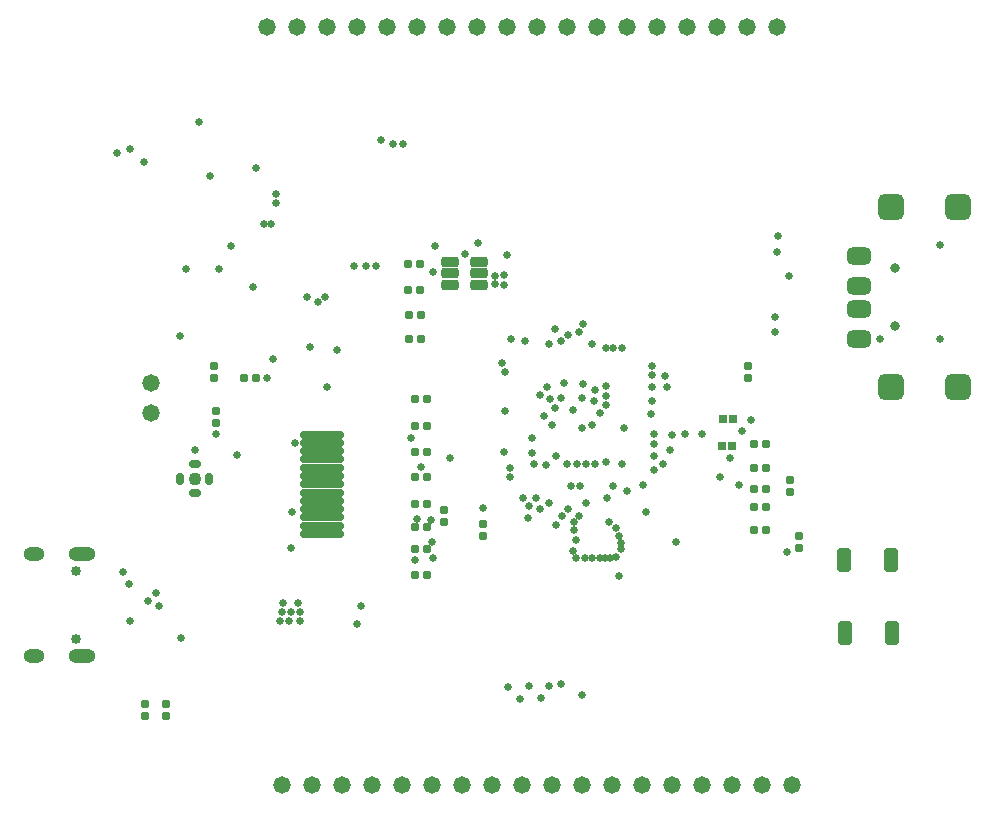
<source format=gts>
G04*
G04 #@! TF.GenerationSoftware,Altium Limited,Altium Designer,20.2.6 (244)*
G04*
G04 Layer_Color=8388736*
%FSLAX24Y24*%
%MOIN*%
G70*
G04*
G04 #@! TF.SameCoordinates,497DB355-11F3-479B-B1E2-BDA1D3AC948B*
G04*
G04*
G04 #@! TF.FilePolarity,Negative*
G04*
G01*
G75*
G04:AMPARAMS|DCode=27|XSize=23.7mil|YSize=145.8mil|CornerRadius=7.9mil|HoleSize=0mil|Usage=FLASHONLY|Rotation=270.000|XOffset=0mil|YOffset=0mil|HoleType=Round|Shape=RoundedRectangle|*
%AMROUNDEDRECTD27*
21,1,0.0237,0.1299,0,0,270.0*
21,1,0.0079,0.1458,0,0,270.0*
1,1,0.0159,-0.0650,-0.0039*
1,1,0.0159,-0.0650,0.0039*
1,1,0.0159,0.0650,0.0039*
1,1,0.0159,0.0650,-0.0039*
%
%ADD27ROUNDEDRECTD27*%
G04:AMPARAMS|DCode=28|XSize=28mil|YSize=28mil|CornerRadius=9mil|HoleSize=0mil|Usage=FLASHONLY|Rotation=0.000|XOffset=0mil|YOffset=0mil|HoleType=Round|Shape=RoundedRectangle|*
%AMROUNDEDRECTD28*
21,1,0.0280,0.0100,0,0,0.0*
21,1,0.0100,0.0280,0,0,0.0*
1,1,0.0180,0.0050,-0.0050*
1,1,0.0180,-0.0050,-0.0050*
1,1,0.0180,-0.0050,0.0050*
1,1,0.0180,0.0050,0.0050*
%
%ADD28ROUNDEDRECTD28*%
G04:AMPARAMS|DCode=29|XSize=28mil|YSize=28mil|CornerRadius=9mil|HoleSize=0mil|Usage=FLASHONLY|Rotation=270.000|XOffset=0mil|YOffset=0mil|HoleType=Round|Shape=RoundedRectangle|*
%AMROUNDEDRECTD29*
21,1,0.0280,0.0100,0,0,270.0*
21,1,0.0100,0.0280,0,0,270.0*
1,1,0.0180,-0.0050,-0.0050*
1,1,0.0180,-0.0050,0.0050*
1,1,0.0180,0.0050,0.0050*
1,1,0.0180,0.0050,-0.0050*
%
%ADD29ROUNDEDRECTD29*%
%ADD30R,0.0277X0.0277*%
G04:AMPARAMS|DCode=31|XSize=58mil|YSize=78.9mil|CornerRadius=16.5mil|HoleSize=0mil|Usage=FLASHONLY|Rotation=90.000|XOffset=0mil|YOffset=0mil|HoleType=Round|Shape=RoundedRectangle|*
%AMROUNDEDRECTD31*
21,1,0.0580,0.0459,0,0,90.0*
21,1,0.0250,0.0789,0,0,90.0*
1,1,0.0330,0.0229,0.0125*
1,1,0.0330,0.0229,-0.0125*
1,1,0.0330,-0.0229,-0.0125*
1,1,0.0330,-0.0229,0.0125*
%
%ADD31ROUNDEDRECTD31*%
G04:AMPARAMS|DCode=32|XSize=48mil|YSize=82mil|CornerRadius=14mil|HoleSize=0mil|Usage=FLASHONLY|Rotation=180.000|XOffset=0mil|YOffset=0mil|HoleType=Round|Shape=RoundedRectangle|*
%AMROUNDEDRECTD32*
21,1,0.0480,0.0540,0,0,180.0*
21,1,0.0200,0.0820,0,0,180.0*
1,1,0.0280,-0.0100,0.0270*
1,1,0.0280,0.0100,0.0270*
1,1,0.0280,0.0100,-0.0270*
1,1,0.0280,-0.0100,-0.0270*
%
%ADD32ROUNDEDRECTD32*%
G04:AMPARAMS|DCode=33|XSize=35.6mil|YSize=59.2mil|CornerRadius=10.9mil|HoleSize=0mil|Usage=FLASHONLY|Rotation=90.000|XOffset=0mil|YOffset=0mil|HoleType=Round|Shape=RoundedRectangle|*
%AMROUNDEDRECTD33*
21,1,0.0356,0.0374,0,0,90.0*
21,1,0.0138,0.0592,0,0,90.0*
1,1,0.0218,0.0187,0.0069*
1,1,0.0218,0.0187,-0.0069*
1,1,0.0218,-0.0187,-0.0069*
1,1,0.0218,-0.0187,0.0069*
%
%ADD33ROUNDEDRECTD33*%
G04:AMPARAMS|DCode=34|XSize=88mil|YSize=88mil|CornerRadius=24mil|HoleSize=0mil|Usage=FLASHONLY|Rotation=90.000|XOffset=0mil|YOffset=0mil|HoleType=Round|Shape=RoundedRectangle|*
%AMROUNDEDRECTD34*
21,1,0.0880,0.0400,0,0,90.0*
21,1,0.0400,0.0880,0,0,90.0*
1,1,0.0480,0.0200,0.0200*
1,1,0.0480,0.0200,-0.0200*
1,1,0.0480,-0.0200,-0.0200*
1,1,0.0480,-0.0200,0.0200*
%
%ADD34ROUNDEDRECTD34*%
%ADD35C,0.0434*%
G04:AMPARAMS|DCode=36|XSize=25.7mil|YSize=37.5mil|CornerRadius=8.4mil|HoleSize=0mil|Usage=FLASHONLY|Rotation=90.000|XOffset=0mil|YOffset=0mil|HoleType=Round|Shape=RoundedRectangle|*
%AMROUNDEDRECTD36*
21,1,0.0257,0.0207,0,0,90.0*
21,1,0.0089,0.0375,0,0,90.0*
1,1,0.0169,0.0103,0.0044*
1,1,0.0169,0.0103,-0.0044*
1,1,0.0169,-0.0103,-0.0044*
1,1,0.0169,-0.0103,0.0044*
%
%ADD36ROUNDEDRECTD36*%
G04:AMPARAMS|DCode=37|XSize=25.7mil|YSize=37.5mil|CornerRadius=8.4mil|HoleSize=0mil|Usage=FLASHONLY|Rotation=180.000|XOffset=0mil|YOffset=0mil|HoleType=Round|Shape=RoundedRectangle|*
%AMROUNDEDRECTD37*
21,1,0.0257,0.0207,0,0,180.0*
21,1,0.0089,0.0375,0,0,180.0*
1,1,0.0169,-0.0044,0.0103*
1,1,0.0169,0.0044,0.0103*
1,1,0.0169,0.0044,-0.0103*
1,1,0.0169,-0.0044,-0.0103*
%
%ADD37ROUNDEDRECTD37*%
%ADD38C,0.0580*%
%ADD39O,0.0907X0.0474*%
%ADD40O,0.0710X0.0474*%
%ADD41C,0.0336*%
%ADD42C,0.0316*%
%ADD43C,0.0257*%
D27*
X26050Y28198D02*
D03*
Y28749D02*
D03*
Y27922D02*
D03*
Y29576D02*
D03*
Y29300D02*
D03*
Y26268D02*
D03*
Y27095D02*
D03*
Y26820D02*
D03*
Y29024D02*
D03*
Y28473D02*
D03*
Y27646D02*
D03*
Y27371D02*
D03*
Y26544D02*
D03*
D28*
X41950Y26200D02*
D03*
Y25800D02*
D03*
X30100Y27050D02*
D03*
Y26650D02*
D03*
X31400Y26600D02*
D03*
Y26200D02*
D03*
X40250Y31850D02*
D03*
Y31450D02*
D03*
X20850Y20200D02*
D03*
X20150D02*
D03*
X41650Y28050D02*
D03*
X22500Y30350D02*
D03*
X20150Y20600D02*
D03*
X20850D02*
D03*
X22450Y31450D02*
D03*
Y31850D02*
D03*
X41650Y27650D02*
D03*
X22500Y29950D02*
D03*
D29*
X40850Y26400D02*
D03*
X40450D02*
D03*
X40850Y27750D02*
D03*
X40450D02*
D03*
X29150Y27250D02*
D03*
X29550D02*
D03*
X29150Y28150D02*
D03*
X29550Y29850D02*
D03*
X29150Y30750D02*
D03*
Y25750D02*
D03*
Y26500D02*
D03*
Y29000D02*
D03*
X40850Y28450D02*
D03*
Y29250D02*
D03*
X29550Y30750D02*
D03*
Y29000D02*
D03*
Y28150D02*
D03*
X29150Y24900D02*
D03*
X40450Y28450D02*
D03*
Y29250D02*
D03*
X29550Y25750D02*
D03*
Y26500D02*
D03*
Y24900D02*
D03*
X28900Y35250D02*
D03*
X29150Y29850D02*
D03*
X28950Y32750D02*
D03*
X29350D02*
D03*
X29300Y35250D02*
D03*
X40450Y27150D02*
D03*
X40850D02*
D03*
X28950Y33550D02*
D03*
X29350D02*
D03*
X28900Y34400D02*
D03*
X29300D02*
D03*
X23450Y31450D02*
D03*
X23850D02*
D03*
D30*
X39740Y30100D02*
D03*
X39720Y29200D02*
D03*
X39380D02*
D03*
X39400Y30100D02*
D03*
D31*
X43950Y32772D02*
D03*
Y35528D02*
D03*
Y34544D02*
D03*
Y33756D02*
D03*
D32*
X45010Y25400D02*
D03*
X45030Y22950D02*
D03*
X43450Y25400D02*
D03*
X43470Y22950D02*
D03*
D33*
X31272Y34950D02*
D03*
Y34576D02*
D03*
Y35324D02*
D03*
X30328Y34576D02*
D03*
Y34950D02*
D03*
Y35324D02*
D03*
D34*
X45028Y37152D02*
D03*
X47233D02*
D03*
X45028Y31148D02*
D03*
X47233D02*
D03*
D35*
X21800Y28100D02*
D03*
D36*
X21800Y28582D02*
D03*
Y27619D02*
D03*
D37*
X22281Y28100D02*
D03*
X21318D02*
D03*
D38*
X26700Y17900D02*
D03*
X20350Y30300D02*
D03*
X25700Y17900D02*
D03*
X24700D02*
D03*
X27700D02*
D03*
X38700D02*
D03*
X40700D02*
D03*
X39700D02*
D03*
X20350Y31300D02*
D03*
X32210Y43150D02*
D03*
X27210D02*
D03*
X28210D02*
D03*
X26210D02*
D03*
X24210D02*
D03*
X25210D02*
D03*
X29210D02*
D03*
X31210D02*
D03*
X30210D02*
D03*
X32700Y17900D02*
D03*
X28700D02*
D03*
X29700D02*
D03*
X31700D02*
D03*
X30700D02*
D03*
X39210Y43150D02*
D03*
X40210D02*
D03*
X38210D02*
D03*
X41700Y17900D02*
D03*
X36700D02*
D03*
X37700D02*
D03*
X35700D02*
D03*
X33700D02*
D03*
X34700D02*
D03*
X34210Y43150D02*
D03*
X33210D02*
D03*
X35210D02*
D03*
X37210D02*
D03*
X36210D02*
D03*
X41210D02*
D03*
D39*
X18033Y25603D02*
D03*
Y22197D02*
D03*
D40*
X16458Y25603D02*
D03*
Y22197D02*
D03*
D41*
X17836Y22762D02*
D03*
Y25038D02*
D03*
D42*
X45161Y33185D02*
D03*
Y35115D02*
D03*
D43*
X37100Y28400D02*
D03*
X33050Y28950D02*
D03*
X24500Y37600D02*
D03*
Y37300D02*
D03*
X34500Y26050D02*
D03*
X34800Y25450D02*
D03*
X34500D02*
D03*
X35050D02*
D03*
X34400Y25700D02*
D03*
X29694Y26744D02*
D03*
X29200Y26750D02*
D03*
X35525Y28650D02*
D03*
X33050Y29450D02*
D03*
X23000Y35850D02*
D03*
X28750Y39250D02*
D03*
X39950Y27900D02*
D03*
X33850Y28850D02*
D03*
X33300Y30900D02*
D03*
X34000Y30800D02*
D03*
X34100Y31300D02*
D03*
X32950Y27200D02*
D03*
X33325Y27100D02*
D03*
X33850Y26550D02*
D03*
X37100Y28850D02*
D03*
X37400Y28600D02*
D03*
X37650Y29075D02*
D03*
X37700Y29550D02*
D03*
X37475Y31529D02*
D03*
X37050Y31550D02*
D03*
X37060Y31866D02*
D03*
X37050Y31150D02*
D03*
Y30700D02*
D03*
X37550Y31150D02*
D03*
X34000Y32700D02*
D03*
X33800Y33100D02*
D03*
X35050Y32600D02*
D03*
X34600Y33000D02*
D03*
X34250Y32900D02*
D03*
X34750Y33250D02*
D03*
X32900Y26800D02*
D03*
X21300Y32850D02*
D03*
X21350Y22800D02*
D03*
X19400Y25000D02*
D03*
X19600Y24600D02*
D03*
X19650Y23350D02*
D03*
X22600Y35100D02*
D03*
X22300Y38200D02*
D03*
X29150Y25400D02*
D03*
X29700Y26000D02*
D03*
X29750Y25450D02*
D03*
X34850Y27300D02*
D03*
X34450Y26650D02*
D03*
X35850Y26450D02*
D03*
X34600Y26850D02*
D03*
X35850Y25500D02*
D03*
X36000Y25750D02*
D03*
X19200Y38950D02*
D03*
X19650Y39100D02*
D03*
X28000Y39400D02*
D03*
X28400Y39250D02*
D03*
X23850Y38450D02*
D03*
X32100Y29000D02*
D03*
X35300Y30300D02*
D03*
X34400Y30400D02*
D03*
X33800Y30450D02*
D03*
X33450Y30200D02*
D03*
X35050Y29900D02*
D03*
X35500Y30550D02*
D03*
X35100Y30700D02*
D03*
X35500Y30850D02*
D03*
X37000Y30250D02*
D03*
X33163Y27448D02*
D03*
X39650Y28800D02*
D03*
X34750Y31250D02*
D03*
X34700Y30800D02*
D03*
X35150Y31050D02*
D03*
X35500Y31200D02*
D03*
X21500Y35100D02*
D03*
X34450Y26388D02*
D03*
X35600Y26650D02*
D03*
X35300Y25450D02*
D03*
X35650D02*
D03*
X35475D02*
D03*
X35950Y26200D02*
D03*
X36000Y25950D02*
D03*
X35550Y27450D02*
D03*
X35750Y27850D02*
D03*
X25650Y32500D02*
D03*
X26200Y31150D02*
D03*
X26550Y32400D02*
D03*
X25150Y29300D02*
D03*
X34050Y26850D02*
D03*
X35950Y24850D02*
D03*
X29800Y35850D02*
D03*
X41600Y34850D02*
D03*
X24650Y23350D02*
D03*
X25300D02*
D03*
X24950D02*
D03*
X24700Y23650D02*
D03*
X25000D02*
D03*
X25300D02*
D03*
X24750Y23950D02*
D03*
X25250D02*
D03*
X34700Y29800D02*
D03*
X36100D02*
D03*
X38150Y29600D02*
D03*
X38700D02*
D03*
X33700Y29900D02*
D03*
X33650Y30750D02*
D03*
X33550Y31150D02*
D03*
X37850Y26000D02*
D03*
X40050Y29700D02*
D03*
X36850Y27000D02*
D03*
X32750Y27450D02*
D03*
X31400Y27143D02*
D03*
X40350Y30050D02*
D03*
X32800Y32700D02*
D03*
X32350Y32750D02*
D03*
X32100Y34550D02*
D03*
X33600Y32600D02*
D03*
X30800Y35600D02*
D03*
X21800Y29050D02*
D03*
X24200Y31450D02*
D03*
X24400Y32100D02*
D03*
X32300Y28450D02*
D03*
Y28150D02*
D03*
X30300Y28800D02*
D03*
X35150Y28600D02*
D03*
X33600Y27300D02*
D03*
X22500Y29600D02*
D03*
X23200Y28900D02*
D03*
X25050Y27000D02*
D03*
X34250Y27100D02*
D03*
X29350Y28500D02*
D03*
X33100Y28600D02*
D03*
X33500Y28550D02*
D03*
X32200Y35550D02*
D03*
X31250Y35950D02*
D03*
X32100Y34900D02*
D03*
X31800Y34850D02*
D03*
X44650Y32750D02*
D03*
X37100Y29250D02*
D03*
X33350Y20800D02*
D03*
X34001Y21250D02*
D03*
X33600Y21200D02*
D03*
X32950D02*
D03*
X32650Y20750D02*
D03*
X32250Y21150D02*
D03*
X34700Y20900D02*
D03*
X34550Y28600D02*
D03*
X36050D02*
D03*
X34200D02*
D03*
X37100Y29600D02*
D03*
X36050Y32450D02*
D03*
X34350Y27850D02*
D03*
X35750Y32450D02*
D03*
X32150Y30350D02*
D03*
X36750Y27900D02*
D03*
X35500Y32450D02*
D03*
X34850Y28600D02*
D03*
X32050Y31950D02*
D03*
X32150Y31650D02*
D03*
X34650Y27850D02*
D03*
X36200Y27700D02*
D03*
X41200Y35650D02*
D03*
X41250Y36200D02*
D03*
X41150Y33500D02*
D03*
Y33000D02*
D03*
X39300Y28150D02*
D03*
X41550Y25650D02*
D03*
X24350Y36600D02*
D03*
X24100D02*
D03*
X31800Y34600D02*
D03*
X27850Y35200D02*
D03*
X27500D02*
D03*
X27100D02*
D03*
X26150Y34150D02*
D03*
X25900Y34000D02*
D03*
X23750Y34500D02*
D03*
X21950Y40000D02*
D03*
X25550Y34150D02*
D03*
X29000Y29450D02*
D03*
X20250Y24025D02*
D03*
X20600Y23850D02*
D03*
X25000Y25800D02*
D03*
X27200Y23250D02*
D03*
X27350Y23850D02*
D03*
X29750Y35000D02*
D03*
X20100Y38650D02*
D03*
X20500Y24300D02*
D03*
X46634Y35891D02*
D03*
Y32749D02*
D03*
M02*

</source>
